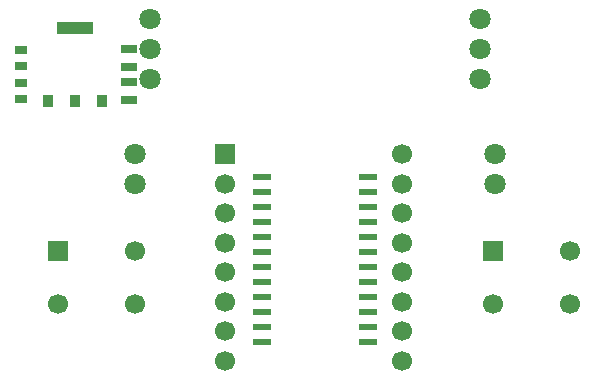
<source format=gbs>
G04*
G04 #@! TF.GenerationSoftware,Altium Limited,Altium Designer,21.7.2 (23)*
G04*
G04 Layer_Color=16711935*
%FSLAX44Y44*%
%MOMM*%
G71*
G04*
G04 #@! TF.SameCoordinates,B2BB7BCA-1F70-4AC3-A92F-25512046CEB7*
G04*
G04*
G04 #@! TF.FilePolarity,Negative*
G04*
G01*
G75*
%ADD16R,1.3400X0.7400*%
%ADD17C,1.8000*%
%ADD18C,1.6980*%
%ADD19R,1.6980X1.6980*%
%ADD20R,1.7000X1.7000*%
%ADD21C,1.7000*%
%ADD39R,1.6400X0.5900*%
%ADD40R,1.1400X0.7400*%
%ADD41R,0.8400X1.1400*%
%ADD42R,3.1400X1.1400*%
D16*
X109220Y292230D02*
D03*
Y276730D02*
D03*
Y264290D02*
D03*
Y248790D02*
D03*
D17*
X127000Y317500D02*
D03*
Y292100D02*
D03*
Y266700D02*
D03*
X406400D02*
D03*
Y292100D02*
D03*
Y317500D02*
D03*
X114300Y203200D02*
D03*
Y177800D02*
D03*
X419100Y203200D02*
D03*
Y177800D02*
D03*
D18*
X49300Y76200D02*
D03*
X114300D02*
D03*
Y121200D02*
D03*
X417600Y76200D02*
D03*
X482600D02*
D03*
Y121200D02*
D03*
D19*
X49300D02*
D03*
X417600D02*
D03*
D20*
X190500Y203200D02*
D03*
D21*
Y178200D02*
D03*
Y153200D02*
D03*
Y128200D02*
D03*
Y103200D02*
D03*
Y78200D02*
D03*
Y53200D02*
D03*
Y28200D02*
D03*
X340500D02*
D03*
Y53200D02*
D03*
Y78200D02*
D03*
Y103200D02*
D03*
Y128200D02*
D03*
Y153200D02*
D03*
Y178200D02*
D03*
Y203200D02*
D03*
D39*
X311700Y184150D02*
D03*
Y171450D02*
D03*
Y158750D02*
D03*
Y146050D02*
D03*
Y133350D02*
D03*
Y120650D02*
D03*
Y107950D02*
D03*
Y95250D02*
D03*
Y82550D02*
D03*
Y69850D02*
D03*
Y57150D02*
D03*
Y44450D02*
D03*
X221700Y184150D02*
D03*
Y171450D02*
D03*
Y158750D02*
D03*
Y146050D02*
D03*
Y133350D02*
D03*
Y120650D02*
D03*
Y107950D02*
D03*
Y95250D02*
D03*
Y82550D02*
D03*
Y69850D02*
D03*
Y57150D02*
D03*
Y44450D02*
D03*
D40*
X17780Y291480D02*
D03*
Y277480D02*
D03*
Y249540D02*
D03*
Y263540D02*
D03*
D41*
X86500Y248400D02*
D03*
X63500D02*
D03*
X40500D02*
D03*
D42*
X63500Y310400D02*
D03*
M02*

</source>
